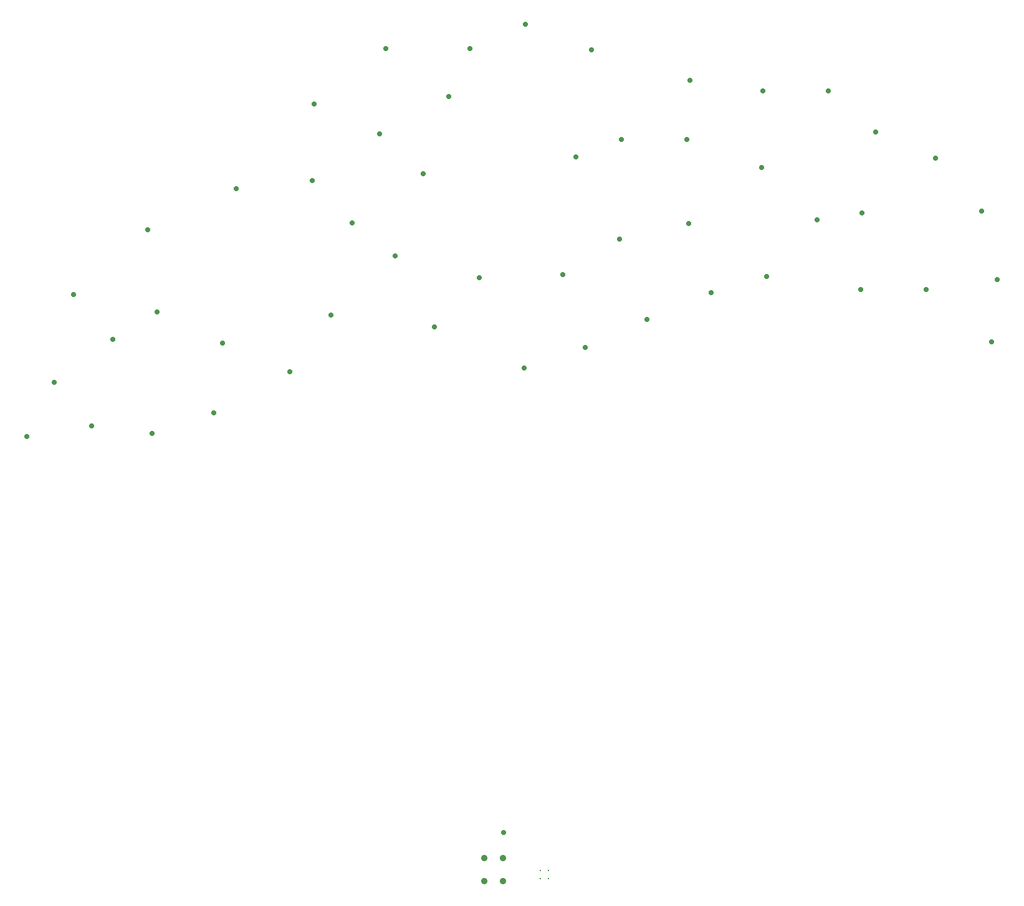
<source format=gbr>
%TF.GenerationSoftware,Altium Limited,Altium Designer,20.0.14 (345)*%
G04 Layer_Color=0*
%FSLAX45Y45*%
%MOMM*%
%TF.FileFunction,Plated,1,2,PTH,Drill*%
%TF.Part,Single*%
G01*
G75*
%TA.AperFunction,ComponentDrill*%
%ADD48C,0.90000*%
%TA.AperFunction,ViaDrill,NotFilled*%
%ADD49C,0.71120*%
%ADD50C,0.20000*%
D48*
X9410700Y5346700D02*
D03*
X9664700D02*
D03*
Y5029200D02*
D03*
X9410700D02*
D03*
D49*
X9969500Y16678500D02*
D03*
X10871200Y16335600D02*
D03*
X10655300Y14875101D02*
D03*
X11277600Y15116400D02*
D03*
X12204700Y15916499D02*
D03*
X13195300Y15776801D02*
D03*
X14084300D02*
D03*
X12166600Y15116400D02*
D03*
X13182600Y14735400D02*
D03*
X13931900Y14024200D02*
D03*
X14732001Y15217999D02*
D03*
X14541499Y14113100D02*
D03*
X15544800Y14862399D02*
D03*
X16167101Y14138499D02*
D03*
X14528799Y13071700D02*
D03*
X15417799D02*
D03*
X16383000Y13211400D02*
D03*
X16306799Y12360500D02*
D03*
X12192000Y13973399D02*
D03*
X13246100Y13249500D02*
D03*
X12496800Y13033600D02*
D03*
X11252200Y13757500D02*
D03*
X11620500Y12665300D02*
D03*
X10477500Y13274899D02*
D03*
X10782300Y12284300D02*
D03*
X9956800Y12004900D02*
D03*
X9347200Y13236800D02*
D03*
X8586300Y14646500D02*
D03*
X8928100Y15700600D02*
D03*
X8077200Y16348300D02*
D03*
X7988300Y15192599D02*
D03*
X8205300Y13528900D02*
D03*
X7620000Y13982700D02*
D03*
X7075000Y14557600D02*
D03*
X7099300Y15599001D02*
D03*
X8737600Y12563700D02*
D03*
X7329000Y12728800D02*
D03*
X6769100Y11954100D02*
D03*
X5740400Y11395300D02*
D03*
X4902200Y11115900D02*
D03*
X4076700Y11217500D02*
D03*
X3200400Y11077800D02*
D03*
X3568700Y11814400D02*
D03*
X5854700Y12347800D02*
D03*
X4965700Y12766900D02*
D03*
X4368800Y12398600D02*
D03*
X3835400Y13008200D02*
D03*
X9220200Y16348300D02*
D03*
X4838700Y13884500D02*
D03*
X9675200Y5689600D02*
D03*
X6045200Y14443300D02*
D03*
D50*
X10284100Y5067600D02*
D03*
X10174100D02*
D03*
X10284100Y5177600D02*
D03*
X10174100D02*
D03*
%TF.MD5,ab1583e784db25c595440bce876f3e18*%
M02*

</source>
